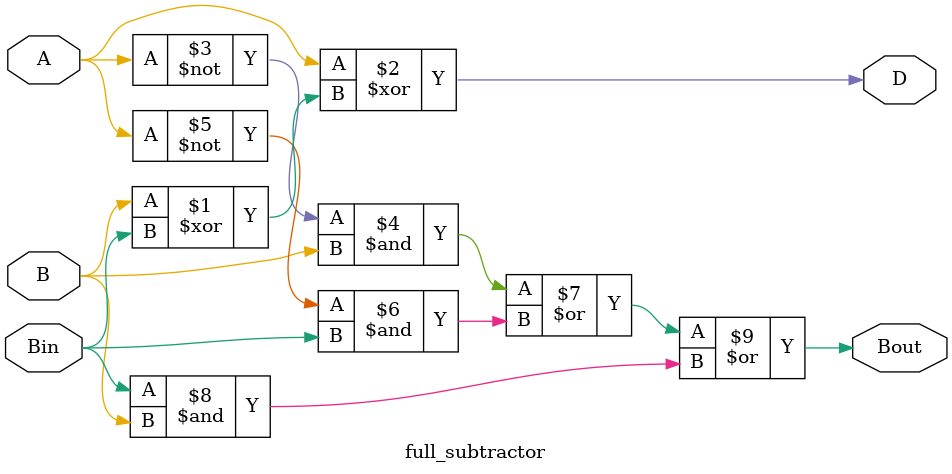
<source format=v>
`timescale 1ns / 1ps
module full_subtractor(
	 input A,B,Bin,
    output D,Bout
    );
assign D=A^(B^Bin);
assign Bout=((~A)&B)|((~A)&Bin)|(Bin&B);

endmodule

</source>
